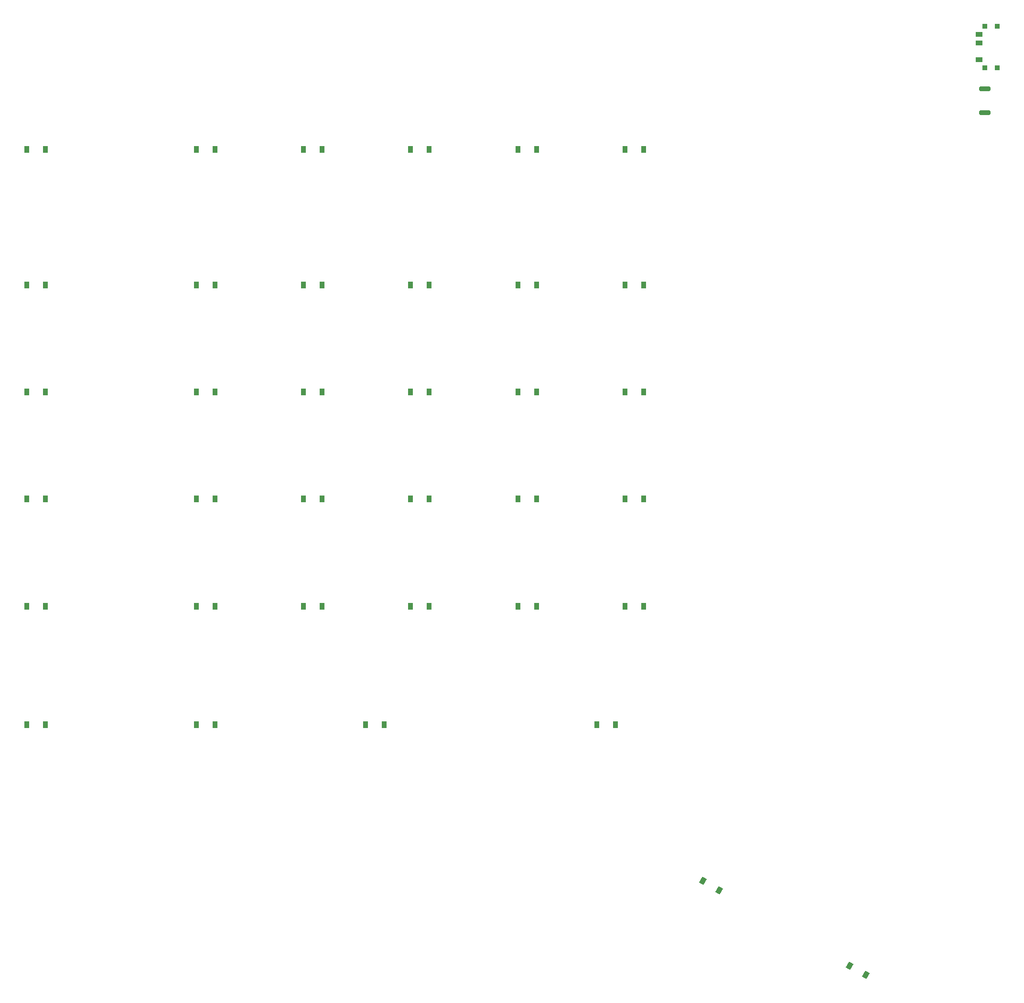
<source format=gbr>
%TF.GenerationSoftware,KiCad,Pcbnew,8.0.5*%
%TF.CreationDate,2024-10-12T19:47:22+02:00*%
%TF.ProjectId,finishedleftpcb,66696e69-7368-4656-946c-656674706362,v1.0.0*%
%TF.SameCoordinates,Original*%
%TF.FileFunction,Paste,Top*%
%TF.FilePolarity,Positive*%
%FSLAX46Y46*%
G04 Gerber Fmt 4.6, Leading zero omitted, Abs format (unit mm)*
G04 Created by KiCad (PCBNEW 8.0.5) date 2024-10-12 19:47:22*
%MOMM*%
%LPD*%
G01*
G04 APERTURE LIST*
G04 Aperture macros list*
%AMRoundRect*
0 Rectangle with rounded corners*
0 $1 Rounding radius*
0 $2 $3 $4 $5 $6 $7 $8 $9 X,Y pos of 4 corners*
0 Add a 4 corners polygon primitive as box body*
4,1,4,$2,$3,$4,$5,$6,$7,$8,$9,$2,$3,0*
0 Add four circle primitives for the rounded corners*
1,1,$1+$1,$2,$3*
1,1,$1+$1,$4,$5*
1,1,$1+$1,$6,$7*
1,1,$1+$1,$8,$9*
0 Add four rect primitives between the rounded corners*
20,1,$1+$1,$2,$3,$4,$5,0*
20,1,$1+$1,$4,$5,$6,$7,0*
20,1,$1+$1,$6,$7,$8,$9,0*
20,1,$1+$1,$8,$9,$2,$3,0*%
%AMRotRect*
0 Rectangle, with rotation*
0 The origin of the aperture is its center*
0 $1 length*
0 $2 width*
0 $3 Rotation angle, in degrees counterclockwise*
0 Add horizontal line*
21,1,$1,$2,0,0,$3*%
G04 Aperture macros list end*
%ADD10R,0.900000X1.200000*%
%ADD11RotRect,0.900000X1.200000X150.000000*%
%ADD12RoundRect,0.200000X0.800000X-0.200000X0.800000X0.200000X-0.800000X0.200000X-0.800000X-0.200000X0*%
%ADD13R,0.900000X0.900000*%
%ADD14R,1.250000X0.900000*%
G04 APERTURE END LIST*
D10*
%TO.C,D60*%
X106111601Y-173457468D03*
X102811601Y-173457468D03*
%TD*%
%TO.C,D22*%
X76111601Y-133457468D03*
X72811601Y-133457468D03*
%TD*%
%TO.C,D3*%
X106111601Y-114457468D03*
X102811601Y-114457468D03*
%TD*%
%TO.C,D17*%
X182111601Y-152457468D03*
X178811601Y-152457468D03*
%TD*%
%TO.C,D12*%
X144111601Y-95457468D03*
X140811601Y-95457468D03*
%TD*%
%TO.C,D20*%
X182111601Y-95457468D03*
X178811601Y-95457468D03*
%TD*%
%TO.C,D23*%
X76111601Y-114457468D03*
X72811601Y-114457468D03*
%TD*%
%TO.C,D16*%
X163111601Y-95457468D03*
X159811601Y-95457468D03*
%TD*%
%TO.C,D61*%
X136111601Y-173457468D03*
X132811601Y-173457468D03*
%TD*%
%TO.C,D62*%
X177111601Y-173457468D03*
X173811601Y-173457468D03*
%TD*%
%TO.C,D58*%
X182111601Y-71457468D03*
X178811601Y-71457468D03*
%TD*%
%TO.C,D5*%
X125111601Y-152457468D03*
X121811601Y-152457468D03*
%TD*%
D11*
%TO.C,D63*%
X195486042Y-202844646D03*
X192628158Y-201194646D03*
%TD*%
D10*
%TO.C,D54*%
X106111601Y-71457468D03*
X102811601Y-71457468D03*
%TD*%
%TO.C,D21*%
X76111601Y-152457468D03*
X72811601Y-152457468D03*
%TD*%
%TO.C,D57*%
X163111601Y-71457468D03*
X159811601Y-71457468D03*
%TD*%
%TO.C,D59*%
X76111601Y-173457468D03*
X72811601Y-173457468D03*
%TD*%
D12*
%TO.C,REF\u002A\u002A*%
X242500000Y-64900000D03*
X242500000Y-60700000D03*
%TD*%
D10*
%TO.C,D11*%
X144111601Y-114457468D03*
X140811601Y-114457468D03*
%TD*%
%TO.C,D6*%
X125111601Y-133457468D03*
X121811601Y-133457468D03*
%TD*%
%TO.C,D14*%
X163111601Y-133457468D03*
X159811601Y-133457468D03*
%TD*%
%TO.C,D13*%
X163111601Y-152457468D03*
X159811601Y-152457468D03*
%TD*%
%TO.C,D18*%
X182111601Y-133457468D03*
X178811601Y-133457468D03*
%TD*%
%TO.C,D4*%
X106111601Y-95457468D03*
X102811601Y-95457468D03*
%TD*%
%TO.C,D7*%
X125111601Y-114457468D03*
X121811601Y-114457468D03*
%TD*%
%TO.C,D56*%
X144111601Y-71457468D03*
X140811601Y-71457468D03*
%TD*%
%TO.C,D15*%
X163111601Y-114457468D03*
X159811601Y-114457468D03*
%TD*%
%TO.C,D2*%
X106111601Y-133457468D03*
X102811601Y-133457468D03*
%TD*%
%TO.C,D53*%
X76111601Y-71457468D03*
X72811601Y-71457468D03*
%TD*%
D11*
%TO.C,D64*%
X221466804Y-217844646D03*
X218608920Y-216194646D03*
%TD*%
D10*
%TO.C,D55*%
X125111601Y-71457468D03*
X121811601Y-71457468D03*
%TD*%
%TO.C,D24*%
X76111601Y-95457468D03*
X72811601Y-95457468D03*
%TD*%
%TO.C,D19*%
X182111601Y-114457468D03*
X178811601Y-114457468D03*
%TD*%
%TO.C,D9*%
X144111601Y-152457468D03*
X140811601Y-152457468D03*
%TD*%
%TO.C,D8*%
X125111601Y-95457468D03*
X121811601Y-95457468D03*
%TD*%
%TO.C,D10*%
X144111601Y-133457468D03*
X140811601Y-133457468D03*
%TD*%
%TO.C,D1*%
X106111601Y-152457468D03*
X102811601Y-152457468D03*
%TD*%
D13*
%TO.C,T1*%
X242500000Y-57000000D03*
X244700000Y-57000000D03*
X242500000Y-49600000D03*
X244700000Y-49600000D03*
D14*
X241525000Y-55550000D03*
X241525000Y-52550000D03*
X241525000Y-51050000D03*
%TD*%
M02*

</source>
